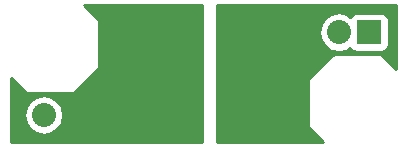
<source format=gbl>
G04 #@! TF.FileFunction,Copper,L2,Bot,Signal*
%FSLAX46Y46*%
G04 Gerber Fmt 4.6, Leading zero omitted, Abs format (unit mm)*
G04 Created by KiCad (PCBNEW 4.0.6) date Fri Jul 21 09:34:55 2017*
%MOMM*%
%LPD*%
G01*
G04 APERTURE LIST*
%ADD10C,0.100000*%
%ADD11R,2.032000X2.032000*%
%ADD12O,2.032000X2.032000*%
%ADD13C,0.600000*%
%ADD14C,0.600000*%
%ADD15C,0.254000*%
G04 APERTURE END LIST*
D10*
D11*
X83500000Y-44835000D03*
D12*
X80960000Y-44835000D03*
D11*
X58500000Y-51835000D03*
D12*
X55960000Y-51835000D03*
D13*
X65599998Y-52160000D03*
X64500000Y-52085000D03*
X63750000Y-52085000D03*
X63000000Y-52085000D03*
X62250000Y-52085000D03*
X61750000Y-52835000D03*
X62500000Y-52835000D03*
X63250000Y-52835000D03*
X64000000Y-52835000D03*
X64750000Y-52835000D03*
X65500000Y-52835000D03*
X66250000Y-52835000D03*
X67000000Y-52835000D03*
X67750000Y-52835000D03*
X68484314Y-52819314D03*
X69000000Y-52085000D03*
X68250000Y-52085000D03*
X67500000Y-52085000D03*
X61250000Y-50585000D03*
X61250000Y-49835000D03*
X61250000Y-49085000D03*
X61250000Y-48335000D03*
X61250000Y-47585000D03*
X61250000Y-46835000D03*
X61250000Y-46085000D03*
X61250000Y-45335000D03*
X65000000Y-43085000D03*
X64250000Y-43085000D03*
X63500000Y-43085000D03*
X62750000Y-43085000D03*
X62000000Y-43085000D03*
X61250000Y-43085000D03*
X61250000Y-43835000D03*
X61250000Y-44585000D03*
X62750000Y-46085000D03*
X62750000Y-45335000D03*
X62750000Y-46835000D03*
X62750000Y-48835000D03*
X62750000Y-49585000D03*
X62750000Y-50335000D03*
X62750000Y-51085000D03*
X68750000Y-51085000D03*
X68750000Y-50335000D03*
X68750000Y-49585000D03*
X68750000Y-48835000D03*
X68750000Y-46835000D03*
X68750000Y-46085000D03*
X68750000Y-44585000D03*
X68750000Y-45335000D03*
X75750000Y-52835000D03*
X71250000Y-52835000D03*
X72000000Y-52835000D03*
X72750000Y-52835000D03*
X73500000Y-52835000D03*
X74250000Y-52835000D03*
X75000000Y-52835000D03*
X76500000Y-52835000D03*
X77250000Y-52835000D03*
X78000000Y-52835000D03*
X78000000Y-52085000D03*
X77250000Y-52085000D03*
X76500000Y-52085000D03*
X75750000Y-52085000D03*
X75000000Y-52085000D03*
X74250000Y-52085000D03*
X73500000Y-52085000D03*
X72750000Y-52085000D03*
X72000000Y-52085000D03*
X71250000Y-52085000D03*
X71000000Y-44335000D03*
X71750000Y-44335000D03*
X73250000Y-44335000D03*
X72500000Y-44335000D03*
X78000000Y-51085000D03*
X77250000Y-51085000D03*
X76500000Y-51085000D03*
X75750000Y-51085000D03*
X73500000Y-51085000D03*
X72750000Y-51085000D03*
X72000000Y-51085000D03*
X71250000Y-51085000D03*
X77750000Y-44335000D03*
X77000000Y-44335000D03*
X76250000Y-44335000D03*
X75500000Y-44335000D03*
D14*
X64500000Y-52085000D02*
X65524998Y-52085000D01*
X65524998Y-52085000D02*
X65599998Y-52160000D01*
X63000000Y-52085000D02*
X63750000Y-52085000D01*
X61750000Y-52835000D02*
X61750000Y-52585000D01*
X61750000Y-52585000D02*
X62250000Y-52085000D01*
X63250000Y-52835000D02*
X62500000Y-52835000D01*
X64750000Y-52835000D02*
X64000000Y-52835000D01*
X66250000Y-52835000D02*
X65500000Y-52835000D01*
X67750000Y-52835000D02*
X67000000Y-52835000D01*
X69000000Y-52085000D02*
X69000000Y-52303628D01*
X69000000Y-52303628D02*
X68484314Y-52819314D01*
X67500000Y-52085000D02*
X68250000Y-52085000D01*
X61250000Y-49085000D02*
X61250000Y-49835000D01*
X61250000Y-47585000D02*
X61250000Y-48335000D01*
X61250000Y-46085000D02*
X61250000Y-46835000D01*
X61250000Y-44585000D02*
X61250000Y-45335000D01*
X63500000Y-43085000D02*
X64250000Y-43085000D01*
X62000000Y-43085000D02*
X62750000Y-43085000D01*
X61250000Y-43835000D02*
X61250000Y-43085000D01*
X75000000Y-52835000D02*
X75750000Y-52835000D01*
X72750000Y-52835000D02*
X72000000Y-52835000D01*
X74250000Y-52835000D02*
X73500000Y-52835000D01*
X76500000Y-52835000D02*
X75750000Y-52835000D01*
X78000000Y-52835000D02*
X77250000Y-52835000D01*
X77250000Y-52085000D02*
X78000000Y-52085000D01*
X75750000Y-52085000D02*
X76500000Y-52085000D01*
X74250000Y-52085000D02*
X75000000Y-52085000D01*
X72750000Y-52085000D02*
X73500000Y-52085000D01*
X71250000Y-52085000D02*
X72000000Y-52085000D01*
D15*
G36*
X69373000Y-54125000D02*
X53210000Y-54125000D01*
X53210000Y-51802655D01*
X54309000Y-51802655D01*
X54309000Y-51867345D01*
X54434675Y-52499155D01*
X54792567Y-53034778D01*
X55328190Y-53392670D01*
X55960000Y-53518345D01*
X56591810Y-53392670D01*
X57127433Y-53034778D01*
X57485325Y-52499155D01*
X57611000Y-51867345D01*
X57611000Y-51802655D01*
X57485325Y-51170845D01*
X57127433Y-50635222D01*
X56591810Y-50277330D01*
X55960000Y-50151655D01*
X55328190Y-50277330D01*
X54792567Y-50635222D01*
X54434675Y-51170845D01*
X54309000Y-51802655D01*
X53210000Y-51802655D01*
X53210000Y-48724606D01*
X54410197Y-49924803D01*
X54450590Y-49951994D01*
X54500000Y-49962000D01*
X58500000Y-49962000D01*
X58547789Y-49952666D01*
X58589803Y-49924803D01*
X60589803Y-47924803D01*
X60616994Y-47884410D01*
X60627000Y-47835000D01*
X60627000Y-43835000D01*
X60617666Y-43787211D01*
X60589803Y-43745197D01*
X59389606Y-42545000D01*
X69373000Y-42545000D01*
X69373000Y-54125000D01*
X69373000Y-54125000D01*
G37*
X69373000Y-54125000D02*
X53210000Y-54125000D01*
X53210000Y-51802655D01*
X54309000Y-51802655D01*
X54309000Y-51867345D01*
X54434675Y-52499155D01*
X54792567Y-53034778D01*
X55328190Y-53392670D01*
X55960000Y-53518345D01*
X56591810Y-53392670D01*
X57127433Y-53034778D01*
X57485325Y-52499155D01*
X57611000Y-51867345D01*
X57611000Y-51802655D01*
X57485325Y-51170845D01*
X57127433Y-50635222D01*
X56591810Y-50277330D01*
X55960000Y-50151655D01*
X55328190Y-50277330D01*
X54792567Y-50635222D01*
X54434675Y-51170845D01*
X54309000Y-51802655D01*
X53210000Y-51802655D01*
X53210000Y-48724606D01*
X54410197Y-49924803D01*
X54450590Y-49951994D01*
X54500000Y-49962000D01*
X58500000Y-49962000D01*
X58547789Y-49952666D01*
X58589803Y-49924803D01*
X60589803Y-47924803D01*
X60616994Y-47884410D01*
X60627000Y-47835000D01*
X60627000Y-43835000D01*
X60617666Y-43787211D01*
X60589803Y-43745197D01*
X59389606Y-42545000D01*
X69373000Y-42545000D01*
X69373000Y-54125000D01*
G36*
X85790000Y-47945394D02*
X84589803Y-46745197D01*
X84549410Y-46718006D01*
X84500000Y-46708000D01*
X80500000Y-46708000D01*
X80452211Y-46717334D01*
X80410197Y-46745197D01*
X78410197Y-48745197D01*
X78383006Y-48785590D01*
X78373000Y-48835000D01*
X78373000Y-52835000D01*
X78382334Y-52882789D01*
X78410197Y-52924803D01*
X79610394Y-54125000D01*
X70627000Y-54125000D01*
X70627000Y-44802655D01*
X79309000Y-44802655D01*
X79309000Y-44867345D01*
X79434675Y-45499155D01*
X79792567Y-46034778D01*
X80328190Y-46392670D01*
X80960000Y-46518345D01*
X81591810Y-46392670D01*
X81931792Y-46165501D01*
X82019910Y-46302441D01*
X82232110Y-46447431D01*
X82484000Y-46498440D01*
X84516000Y-46498440D01*
X84751317Y-46454162D01*
X84967441Y-46315090D01*
X85112431Y-46102890D01*
X85163440Y-45851000D01*
X85163440Y-43819000D01*
X85119162Y-43583683D01*
X84980090Y-43367559D01*
X84767890Y-43222569D01*
X84516000Y-43171560D01*
X82484000Y-43171560D01*
X82248683Y-43215838D01*
X82032559Y-43354910D01*
X81930802Y-43503837D01*
X81591810Y-43277330D01*
X80960000Y-43151655D01*
X80328190Y-43277330D01*
X79792567Y-43635222D01*
X79434675Y-44170845D01*
X79309000Y-44802655D01*
X70627000Y-44802655D01*
X70627000Y-42545000D01*
X85790000Y-42545000D01*
X85790000Y-47945394D01*
X85790000Y-47945394D01*
G37*
X85790000Y-47945394D02*
X84589803Y-46745197D01*
X84549410Y-46718006D01*
X84500000Y-46708000D01*
X80500000Y-46708000D01*
X80452211Y-46717334D01*
X80410197Y-46745197D01*
X78410197Y-48745197D01*
X78383006Y-48785590D01*
X78373000Y-48835000D01*
X78373000Y-52835000D01*
X78382334Y-52882789D01*
X78410197Y-52924803D01*
X79610394Y-54125000D01*
X70627000Y-54125000D01*
X70627000Y-44802655D01*
X79309000Y-44802655D01*
X79309000Y-44867345D01*
X79434675Y-45499155D01*
X79792567Y-46034778D01*
X80328190Y-46392670D01*
X80960000Y-46518345D01*
X81591810Y-46392670D01*
X81931792Y-46165501D01*
X82019910Y-46302441D01*
X82232110Y-46447431D01*
X82484000Y-46498440D01*
X84516000Y-46498440D01*
X84751317Y-46454162D01*
X84967441Y-46315090D01*
X85112431Y-46102890D01*
X85163440Y-45851000D01*
X85163440Y-43819000D01*
X85119162Y-43583683D01*
X84980090Y-43367559D01*
X84767890Y-43222569D01*
X84516000Y-43171560D01*
X82484000Y-43171560D01*
X82248683Y-43215838D01*
X82032559Y-43354910D01*
X81930802Y-43503837D01*
X81591810Y-43277330D01*
X80960000Y-43151655D01*
X80328190Y-43277330D01*
X79792567Y-43635222D01*
X79434675Y-44170845D01*
X79309000Y-44802655D01*
X70627000Y-44802655D01*
X70627000Y-42545000D01*
X85790000Y-42545000D01*
X85790000Y-47945394D01*
M02*

</source>
